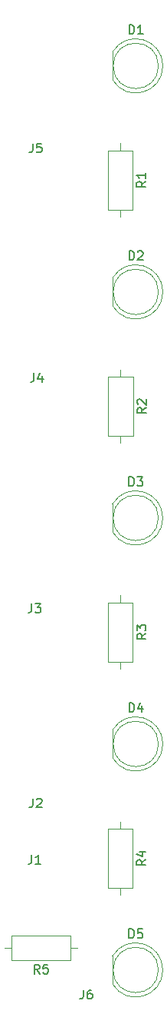
<source format=gto>
%TF.GenerationSoftware,KiCad,Pcbnew,7.0.5*%
%TF.CreationDate,2023-07-09T21:35:34-04:00*%
%TF.ProjectId,Guitar_Hero_PCB_LEDs,47756974-6172-45f4-9865-726f5f504342,v01*%
%TF.SameCoordinates,Original*%
%TF.FileFunction,Legend,Top*%
%TF.FilePolarity,Positive*%
%FSLAX46Y46*%
G04 Gerber Fmt 4.6, Leading zero omitted, Abs format (unit mm)*
G04 Created by KiCad (PCBNEW 7.0.5) date 2023-07-09 21:35:34*
%MOMM*%
%LPD*%
G01*
G04 APERTURE LIST*
%ADD10C,0.150000*%
%ADD11C,0.120000*%
G04 APERTURE END LIST*
D10*
%TO.C,J6*%
X140890666Y-171863819D02*
X140890666Y-172578104D01*
X140890666Y-172578104D02*
X140843047Y-172720961D01*
X140843047Y-172720961D02*
X140747809Y-172816200D01*
X140747809Y-172816200D02*
X140604952Y-172863819D01*
X140604952Y-172863819D02*
X140509714Y-172863819D01*
X141795428Y-171863819D02*
X141604952Y-171863819D01*
X141604952Y-171863819D02*
X141509714Y-171911438D01*
X141509714Y-171911438D02*
X141462095Y-171959057D01*
X141462095Y-171959057D02*
X141366857Y-172101914D01*
X141366857Y-172101914D02*
X141319238Y-172292390D01*
X141319238Y-172292390D02*
X141319238Y-172673342D01*
X141319238Y-172673342D02*
X141366857Y-172768580D01*
X141366857Y-172768580D02*
X141414476Y-172816200D01*
X141414476Y-172816200D02*
X141509714Y-172863819D01*
X141509714Y-172863819D02*
X141700190Y-172863819D01*
X141700190Y-172863819D02*
X141795428Y-172816200D01*
X141795428Y-172816200D02*
X141843047Y-172768580D01*
X141843047Y-172768580D02*
X141890666Y-172673342D01*
X141890666Y-172673342D02*
X141890666Y-172435247D01*
X141890666Y-172435247D02*
X141843047Y-172340009D01*
X141843047Y-172340009D02*
X141795428Y-172292390D01*
X141795428Y-172292390D02*
X141700190Y-172244771D01*
X141700190Y-172244771D02*
X141509714Y-172244771D01*
X141509714Y-172244771D02*
X141414476Y-172292390D01*
X141414476Y-172292390D02*
X141366857Y-172340009D01*
X141366857Y-172340009D02*
X141319238Y-172435247D01*
%TO.C,R4*%
X147782619Y-157545066D02*
X147306428Y-157878399D01*
X147782619Y-158116494D02*
X146782619Y-158116494D01*
X146782619Y-158116494D02*
X146782619Y-157735542D01*
X146782619Y-157735542D02*
X146830238Y-157640304D01*
X146830238Y-157640304D02*
X146877857Y-157592685D01*
X146877857Y-157592685D02*
X146973095Y-157545066D01*
X146973095Y-157545066D02*
X147115952Y-157545066D01*
X147115952Y-157545066D02*
X147211190Y-157592685D01*
X147211190Y-157592685D02*
X147258809Y-157640304D01*
X147258809Y-157640304D02*
X147306428Y-157735542D01*
X147306428Y-157735542D02*
X147306428Y-158116494D01*
X147115952Y-156687923D02*
X147782619Y-156687923D01*
X146735000Y-156926018D02*
X147449285Y-157164113D01*
X147449285Y-157164113D02*
X147449285Y-156545066D01*
%TO.C,R1*%
X147782619Y-82843666D02*
X147306428Y-83176999D01*
X147782619Y-83415094D02*
X146782619Y-83415094D01*
X146782619Y-83415094D02*
X146782619Y-83034142D01*
X146782619Y-83034142D02*
X146830238Y-82938904D01*
X146830238Y-82938904D02*
X146877857Y-82891285D01*
X146877857Y-82891285D02*
X146973095Y-82843666D01*
X146973095Y-82843666D02*
X147115952Y-82843666D01*
X147115952Y-82843666D02*
X147211190Y-82891285D01*
X147211190Y-82891285D02*
X147258809Y-82938904D01*
X147258809Y-82938904D02*
X147306428Y-83034142D01*
X147306428Y-83034142D02*
X147306428Y-83415094D01*
X147782619Y-81891285D02*
X147782619Y-82462713D01*
X147782619Y-82176999D02*
X146782619Y-82176999D01*
X146782619Y-82176999D02*
X146925476Y-82272237D01*
X146925476Y-82272237D02*
X147020714Y-82367475D01*
X147020714Y-82367475D02*
X147068333Y-82462713D01*
%TO.C,D1*%
X145946905Y-66598819D02*
X145946905Y-65598819D01*
X145946905Y-65598819D02*
X146185000Y-65598819D01*
X146185000Y-65598819D02*
X146327857Y-65646438D01*
X146327857Y-65646438D02*
X146423095Y-65741676D01*
X146423095Y-65741676D02*
X146470714Y-65836914D01*
X146470714Y-65836914D02*
X146518333Y-66027390D01*
X146518333Y-66027390D02*
X146518333Y-66170247D01*
X146518333Y-66170247D02*
X146470714Y-66360723D01*
X146470714Y-66360723D02*
X146423095Y-66455961D01*
X146423095Y-66455961D02*
X146327857Y-66551200D01*
X146327857Y-66551200D02*
X146185000Y-66598819D01*
X146185000Y-66598819D02*
X145946905Y-66598819D01*
X147470714Y-66598819D02*
X146899286Y-66598819D01*
X147185000Y-66598819D02*
X147185000Y-65598819D01*
X147185000Y-65598819D02*
X147089762Y-65741676D01*
X147089762Y-65741676D02*
X146994524Y-65836914D01*
X146994524Y-65836914D02*
X146899286Y-65884533D01*
%TO.C,J2*%
X135302666Y-150781819D02*
X135302666Y-151496104D01*
X135302666Y-151496104D02*
X135255047Y-151638961D01*
X135255047Y-151638961D02*
X135159809Y-151734200D01*
X135159809Y-151734200D02*
X135016952Y-151781819D01*
X135016952Y-151781819D02*
X134921714Y-151781819D01*
X135731238Y-150877057D02*
X135778857Y-150829438D01*
X135778857Y-150829438D02*
X135874095Y-150781819D01*
X135874095Y-150781819D02*
X136112190Y-150781819D01*
X136112190Y-150781819D02*
X136207428Y-150829438D01*
X136207428Y-150829438D02*
X136255047Y-150877057D01*
X136255047Y-150877057D02*
X136302666Y-150972295D01*
X136302666Y-150972295D02*
X136302666Y-151067533D01*
X136302666Y-151067533D02*
X136255047Y-151210390D01*
X136255047Y-151210390D02*
X135683619Y-151781819D01*
X135683619Y-151781819D02*
X136302666Y-151781819D01*
%TO.C,D3*%
X145941905Y-116382819D02*
X145941905Y-115382819D01*
X145941905Y-115382819D02*
X146180000Y-115382819D01*
X146180000Y-115382819D02*
X146322857Y-115430438D01*
X146322857Y-115430438D02*
X146418095Y-115525676D01*
X146418095Y-115525676D02*
X146465714Y-115620914D01*
X146465714Y-115620914D02*
X146513333Y-115811390D01*
X146513333Y-115811390D02*
X146513333Y-115954247D01*
X146513333Y-115954247D02*
X146465714Y-116144723D01*
X146465714Y-116144723D02*
X146418095Y-116239961D01*
X146418095Y-116239961D02*
X146322857Y-116335200D01*
X146322857Y-116335200D02*
X146180000Y-116382819D01*
X146180000Y-116382819D02*
X145941905Y-116382819D01*
X146846667Y-115382819D02*
X147465714Y-115382819D01*
X147465714Y-115382819D02*
X147132381Y-115763771D01*
X147132381Y-115763771D02*
X147275238Y-115763771D01*
X147275238Y-115763771D02*
X147370476Y-115811390D01*
X147370476Y-115811390D02*
X147418095Y-115859009D01*
X147418095Y-115859009D02*
X147465714Y-115954247D01*
X147465714Y-115954247D02*
X147465714Y-116192342D01*
X147465714Y-116192342D02*
X147418095Y-116287580D01*
X147418095Y-116287580D02*
X147370476Y-116335200D01*
X147370476Y-116335200D02*
X147275238Y-116382819D01*
X147275238Y-116382819D02*
X146989524Y-116382819D01*
X146989524Y-116382819D02*
X146894286Y-116335200D01*
X146894286Y-116335200D02*
X146846667Y-116287580D01*
%TO.C,R5*%
X136053533Y-170083819D02*
X135720200Y-169607628D01*
X135482105Y-170083819D02*
X135482105Y-169083819D01*
X135482105Y-169083819D02*
X135863057Y-169083819D01*
X135863057Y-169083819D02*
X135958295Y-169131438D01*
X135958295Y-169131438D02*
X136005914Y-169179057D01*
X136005914Y-169179057D02*
X136053533Y-169274295D01*
X136053533Y-169274295D02*
X136053533Y-169417152D01*
X136053533Y-169417152D02*
X136005914Y-169512390D01*
X136005914Y-169512390D02*
X135958295Y-169560009D01*
X135958295Y-169560009D02*
X135863057Y-169607628D01*
X135863057Y-169607628D02*
X135482105Y-169607628D01*
X136958295Y-169083819D02*
X136482105Y-169083819D01*
X136482105Y-169083819D02*
X136434486Y-169560009D01*
X136434486Y-169560009D02*
X136482105Y-169512390D01*
X136482105Y-169512390D02*
X136577343Y-169464771D01*
X136577343Y-169464771D02*
X136815438Y-169464771D01*
X136815438Y-169464771D02*
X136910676Y-169512390D01*
X136910676Y-169512390D02*
X136958295Y-169560009D01*
X136958295Y-169560009D02*
X137005914Y-169655247D01*
X137005914Y-169655247D02*
X137005914Y-169893342D01*
X137005914Y-169893342D02*
X136958295Y-169988580D01*
X136958295Y-169988580D02*
X136910676Y-170036200D01*
X136910676Y-170036200D02*
X136815438Y-170083819D01*
X136815438Y-170083819D02*
X136577343Y-170083819D01*
X136577343Y-170083819D02*
X136482105Y-170036200D01*
X136482105Y-170036200D02*
X136434486Y-169988580D01*
%TO.C,D4*%
X145946905Y-141274819D02*
X145946905Y-140274819D01*
X145946905Y-140274819D02*
X146185000Y-140274819D01*
X146185000Y-140274819D02*
X146327857Y-140322438D01*
X146327857Y-140322438D02*
X146423095Y-140417676D01*
X146423095Y-140417676D02*
X146470714Y-140512914D01*
X146470714Y-140512914D02*
X146518333Y-140703390D01*
X146518333Y-140703390D02*
X146518333Y-140846247D01*
X146518333Y-140846247D02*
X146470714Y-141036723D01*
X146470714Y-141036723D02*
X146423095Y-141131961D01*
X146423095Y-141131961D02*
X146327857Y-141227200D01*
X146327857Y-141227200D02*
X146185000Y-141274819D01*
X146185000Y-141274819D02*
X145946905Y-141274819D01*
X147375476Y-140608152D02*
X147375476Y-141274819D01*
X147137381Y-140227200D02*
X146899286Y-140941485D01*
X146899286Y-140941485D02*
X147518333Y-140941485D01*
%TO.C,J3*%
X135175666Y-129318819D02*
X135175666Y-130033104D01*
X135175666Y-130033104D02*
X135128047Y-130175961D01*
X135128047Y-130175961D02*
X135032809Y-130271200D01*
X135032809Y-130271200D02*
X134889952Y-130318819D01*
X134889952Y-130318819D02*
X134794714Y-130318819D01*
X135556619Y-129318819D02*
X136175666Y-129318819D01*
X136175666Y-129318819D02*
X135842333Y-129699771D01*
X135842333Y-129699771D02*
X135985190Y-129699771D01*
X135985190Y-129699771D02*
X136080428Y-129747390D01*
X136080428Y-129747390D02*
X136128047Y-129795009D01*
X136128047Y-129795009D02*
X136175666Y-129890247D01*
X136175666Y-129890247D02*
X136175666Y-130128342D01*
X136175666Y-130128342D02*
X136128047Y-130223580D01*
X136128047Y-130223580D02*
X136080428Y-130271200D01*
X136080428Y-130271200D02*
X135985190Y-130318819D01*
X135985190Y-130318819D02*
X135699476Y-130318819D01*
X135699476Y-130318819D02*
X135604238Y-130271200D01*
X135604238Y-130271200D02*
X135556619Y-130223580D01*
%TO.C,R3*%
X147808019Y-132627666D02*
X147331828Y-132960999D01*
X147808019Y-133199094D02*
X146808019Y-133199094D01*
X146808019Y-133199094D02*
X146808019Y-132818142D01*
X146808019Y-132818142D02*
X146855638Y-132722904D01*
X146855638Y-132722904D02*
X146903257Y-132675285D01*
X146903257Y-132675285D02*
X146998495Y-132627666D01*
X146998495Y-132627666D02*
X147141352Y-132627666D01*
X147141352Y-132627666D02*
X147236590Y-132675285D01*
X147236590Y-132675285D02*
X147284209Y-132722904D01*
X147284209Y-132722904D02*
X147331828Y-132818142D01*
X147331828Y-132818142D02*
X147331828Y-133199094D01*
X146808019Y-132294332D02*
X146808019Y-131675285D01*
X146808019Y-131675285D02*
X147188971Y-132008618D01*
X147188971Y-132008618D02*
X147188971Y-131865761D01*
X147188971Y-131865761D02*
X147236590Y-131770523D01*
X147236590Y-131770523D02*
X147284209Y-131722904D01*
X147284209Y-131722904D02*
X147379447Y-131675285D01*
X147379447Y-131675285D02*
X147617542Y-131675285D01*
X147617542Y-131675285D02*
X147712780Y-131722904D01*
X147712780Y-131722904D02*
X147760400Y-131770523D01*
X147760400Y-131770523D02*
X147808019Y-131865761D01*
X147808019Y-131865761D02*
X147808019Y-132151475D01*
X147808019Y-132151475D02*
X147760400Y-132246713D01*
X147760400Y-132246713D02*
X147712780Y-132294332D01*
%TO.C,J1*%
X135175666Y-157004819D02*
X135175666Y-157719104D01*
X135175666Y-157719104D02*
X135128047Y-157861961D01*
X135128047Y-157861961D02*
X135032809Y-157957200D01*
X135032809Y-157957200D02*
X134889952Y-158004819D01*
X134889952Y-158004819D02*
X134794714Y-158004819D01*
X136175666Y-158004819D02*
X135604238Y-158004819D01*
X135889952Y-158004819D02*
X135889952Y-157004819D01*
X135889952Y-157004819D02*
X135794714Y-157147676D01*
X135794714Y-157147676D02*
X135699476Y-157242914D01*
X135699476Y-157242914D02*
X135604238Y-157290533D01*
%TO.C,J4*%
X135429666Y-103918819D02*
X135429666Y-104633104D01*
X135429666Y-104633104D02*
X135382047Y-104775961D01*
X135382047Y-104775961D02*
X135286809Y-104871200D01*
X135286809Y-104871200D02*
X135143952Y-104918819D01*
X135143952Y-104918819D02*
X135048714Y-104918819D01*
X136334428Y-104252152D02*
X136334428Y-104918819D01*
X136096333Y-103871200D02*
X135858238Y-104585485D01*
X135858238Y-104585485D02*
X136477285Y-104585485D01*
%TO.C,J5*%
X135302666Y-78645819D02*
X135302666Y-79360104D01*
X135302666Y-79360104D02*
X135255047Y-79502961D01*
X135255047Y-79502961D02*
X135159809Y-79598200D01*
X135159809Y-79598200D02*
X135016952Y-79645819D01*
X135016952Y-79645819D02*
X134921714Y-79645819D01*
X136255047Y-78645819D02*
X135778857Y-78645819D01*
X135778857Y-78645819D02*
X135731238Y-79122009D01*
X135731238Y-79122009D02*
X135778857Y-79074390D01*
X135778857Y-79074390D02*
X135874095Y-79026771D01*
X135874095Y-79026771D02*
X136112190Y-79026771D01*
X136112190Y-79026771D02*
X136207428Y-79074390D01*
X136207428Y-79074390D02*
X136255047Y-79122009D01*
X136255047Y-79122009D02*
X136302666Y-79217247D01*
X136302666Y-79217247D02*
X136302666Y-79455342D01*
X136302666Y-79455342D02*
X136255047Y-79550580D01*
X136255047Y-79550580D02*
X136207428Y-79598200D01*
X136207428Y-79598200D02*
X136112190Y-79645819D01*
X136112190Y-79645819D02*
X135874095Y-79645819D01*
X135874095Y-79645819D02*
X135778857Y-79598200D01*
X135778857Y-79598200D02*
X135731238Y-79550580D01*
%TO.C,D2*%
X145946905Y-91490819D02*
X145946905Y-90490819D01*
X145946905Y-90490819D02*
X146185000Y-90490819D01*
X146185000Y-90490819D02*
X146327857Y-90538438D01*
X146327857Y-90538438D02*
X146423095Y-90633676D01*
X146423095Y-90633676D02*
X146470714Y-90728914D01*
X146470714Y-90728914D02*
X146518333Y-90919390D01*
X146518333Y-90919390D02*
X146518333Y-91062247D01*
X146518333Y-91062247D02*
X146470714Y-91252723D01*
X146470714Y-91252723D02*
X146423095Y-91347961D01*
X146423095Y-91347961D02*
X146327857Y-91443200D01*
X146327857Y-91443200D02*
X146185000Y-91490819D01*
X146185000Y-91490819D02*
X145946905Y-91490819D01*
X146899286Y-90586057D02*
X146946905Y-90538438D01*
X146946905Y-90538438D02*
X147042143Y-90490819D01*
X147042143Y-90490819D02*
X147280238Y-90490819D01*
X147280238Y-90490819D02*
X147375476Y-90538438D01*
X147375476Y-90538438D02*
X147423095Y-90586057D01*
X147423095Y-90586057D02*
X147470714Y-90681295D01*
X147470714Y-90681295D02*
X147470714Y-90776533D01*
X147470714Y-90776533D02*
X147423095Y-90919390D01*
X147423095Y-90919390D02*
X146851667Y-91490819D01*
X146851667Y-91490819D02*
X147470714Y-91490819D01*
%TO.C,R2*%
X147833419Y-107761066D02*
X147357228Y-108094399D01*
X147833419Y-108332494D02*
X146833419Y-108332494D01*
X146833419Y-108332494D02*
X146833419Y-107951542D01*
X146833419Y-107951542D02*
X146881038Y-107856304D01*
X146881038Y-107856304D02*
X146928657Y-107808685D01*
X146928657Y-107808685D02*
X147023895Y-107761066D01*
X147023895Y-107761066D02*
X147166752Y-107761066D01*
X147166752Y-107761066D02*
X147261990Y-107808685D01*
X147261990Y-107808685D02*
X147309609Y-107856304D01*
X147309609Y-107856304D02*
X147357228Y-107951542D01*
X147357228Y-107951542D02*
X147357228Y-108332494D01*
X146928657Y-107380113D02*
X146881038Y-107332494D01*
X146881038Y-107332494D02*
X146833419Y-107237256D01*
X146833419Y-107237256D02*
X146833419Y-106999161D01*
X146833419Y-106999161D02*
X146881038Y-106903923D01*
X146881038Y-106903923D02*
X146928657Y-106856304D01*
X146928657Y-106856304D02*
X147023895Y-106808685D01*
X147023895Y-106808685D02*
X147119133Y-106808685D01*
X147119133Y-106808685D02*
X147261990Y-106856304D01*
X147261990Y-106856304D02*
X147833419Y-107427732D01*
X147833419Y-107427732D02*
X147833419Y-106808685D01*
%TO.C,D5*%
X145941905Y-166166819D02*
X145941905Y-165166819D01*
X145941905Y-165166819D02*
X146180000Y-165166819D01*
X146180000Y-165166819D02*
X146322857Y-165214438D01*
X146322857Y-165214438D02*
X146418095Y-165309676D01*
X146418095Y-165309676D02*
X146465714Y-165404914D01*
X146465714Y-165404914D02*
X146513333Y-165595390D01*
X146513333Y-165595390D02*
X146513333Y-165738247D01*
X146513333Y-165738247D02*
X146465714Y-165928723D01*
X146465714Y-165928723D02*
X146418095Y-166023961D01*
X146418095Y-166023961D02*
X146322857Y-166119200D01*
X146322857Y-166119200D02*
X146180000Y-166166819D01*
X146180000Y-166166819D02*
X145941905Y-166166819D01*
X147418095Y-165166819D02*
X146941905Y-165166819D01*
X146941905Y-165166819D02*
X146894286Y-165643009D01*
X146894286Y-165643009D02*
X146941905Y-165595390D01*
X146941905Y-165595390D02*
X147037143Y-165547771D01*
X147037143Y-165547771D02*
X147275238Y-165547771D01*
X147275238Y-165547771D02*
X147370476Y-165595390D01*
X147370476Y-165595390D02*
X147418095Y-165643009D01*
X147418095Y-165643009D02*
X147465714Y-165738247D01*
X147465714Y-165738247D02*
X147465714Y-165976342D01*
X147465714Y-165976342D02*
X147418095Y-166071580D01*
X147418095Y-166071580D02*
X147370476Y-166119200D01*
X147370476Y-166119200D02*
X147275238Y-166166819D01*
X147275238Y-166166819D02*
X147037143Y-166166819D01*
X147037143Y-166166819D02*
X146941905Y-166119200D01*
X146941905Y-166119200D02*
X146894286Y-166071580D01*
D11*
%TO.C,R4*%
X144957800Y-153338400D02*
X144957800Y-154108400D01*
X146327800Y-154108400D02*
X143587800Y-154108400D01*
X143587800Y-154108400D02*
X143587800Y-160648400D01*
X146327800Y-160648400D02*
X146327800Y-154108400D01*
X143587800Y-160648400D02*
X146327800Y-160648400D01*
X144957800Y-161418400D02*
X144957800Y-160648400D01*
%TO.C,R1*%
X144957800Y-78637000D02*
X144957800Y-79407000D01*
X146327800Y-79407000D02*
X143587800Y-79407000D01*
X143587800Y-79407000D02*
X143587800Y-85947000D01*
X146327800Y-85947000D02*
X146327800Y-79407000D01*
X143587800Y-85947000D02*
X146327800Y-85947000D01*
X144957800Y-86717000D02*
X144957800Y-85947000D01*
%TO.C,D1*%
X144125000Y-68559000D02*
X144125000Y-71649000D01*
X149674999Y-70104462D02*
G75*
G03*
X144125001Y-68559170I-2989999J462D01*
G01*
X144125000Y-71648830D02*
G75*
G03*
X149675000Y-70103538I2560000J1544830D01*
G01*
X149185000Y-70104000D02*
G75*
G03*
X149185000Y-70104000I-2500000J0D01*
G01*
%TO.C,D3*%
X144120000Y-118343000D02*
X144120000Y-121433000D01*
X149669999Y-119888462D02*
G75*
G03*
X144120001Y-118343170I-2989999J462D01*
G01*
X144120000Y-121432830D02*
G75*
G03*
X149670000Y-119887538I2560000J1544830D01*
G01*
X149180000Y-119888000D02*
G75*
G03*
X149180000Y-119888000I-2500000J0D01*
G01*
%TO.C,R5*%
X140260200Y-167259000D02*
X139490200Y-167259000D01*
X139490200Y-168629000D02*
X139490200Y-165889000D01*
X139490200Y-165889000D02*
X132950200Y-165889000D01*
X132950200Y-168629000D02*
X139490200Y-168629000D01*
X132950200Y-165889000D02*
X132950200Y-168629000D01*
X132180200Y-167259000D02*
X132950200Y-167259000D01*
%TO.C,D4*%
X144125000Y-143235000D02*
X144125000Y-146325000D01*
X149674999Y-144780462D02*
G75*
G03*
X144125001Y-143235170I-2989999J462D01*
G01*
X144125000Y-146324830D02*
G75*
G03*
X149675000Y-144779538I2560000J1544830D01*
G01*
X149185000Y-144780000D02*
G75*
G03*
X149185000Y-144780000I-2500000J0D01*
G01*
%TO.C,R3*%
X144983200Y-128421000D02*
X144983200Y-129191000D01*
X146353200Y-129191000D02*
X143613200Y-129191000D01*
X143613200Y-129191000D02*
X143613200Y-135731000D01*
X146353200Y-135731000D02*
X146353200Y-129191000D01*
X143613200Y-135731000D02*
X146353200Y-135731000D01*
X144983200Y-136501000D02*
X144983200Y-135731000D01*
%TO.C,D2*%
X144125000Y-93451000D02*
X144125000Y-96541000D01*
X149674999Y-94996462D02*
G75*
G03*
X144125001Y-93451170I-2989999J462D01*
G01*
X144125000Y-96540830D02*
G75*
G03*
X149675000Y-94995538I2560000J1544830D01*
G01*
X149185000Y-94996000D02*
G75*
G03*
X149185000Y-94996000I-2500000J0D01*
G01*
%TO.C,R2*%
X145008600Y-103554400D02*
X145008600Y-104324400D01*
X146378600Y-104324400D02*
X143638600Y-104324400D01*
X143638600Y-104324400D02*
X143638600Y-110864400D01*
X146378600Y-110864400D02*
X146378600Y-104324400D01*
X143638600Y-110864400D02*
X146378600Y-110864400D01*
X145008600Y-111634400D02*
X145008600Y-110864400D01*
%TO.C,D5*%
X144120000Y-168127000D02*
X144120000Y-171217000D01*
X149669999Y-169672462D02*
G75*
G03*
X144120001Y-168127170I-2989999J462D01*
G01*
X144120000Y-171216830D02*
G75*
G03*
X149670000Y-169671538I2560000J1544830D01*
G01*
X149180000Y-169672000D02*
G75*
G03*
X149180000Y-169672000I-2500000J0D01*
G01*
%TD*%
M02*

</source>
